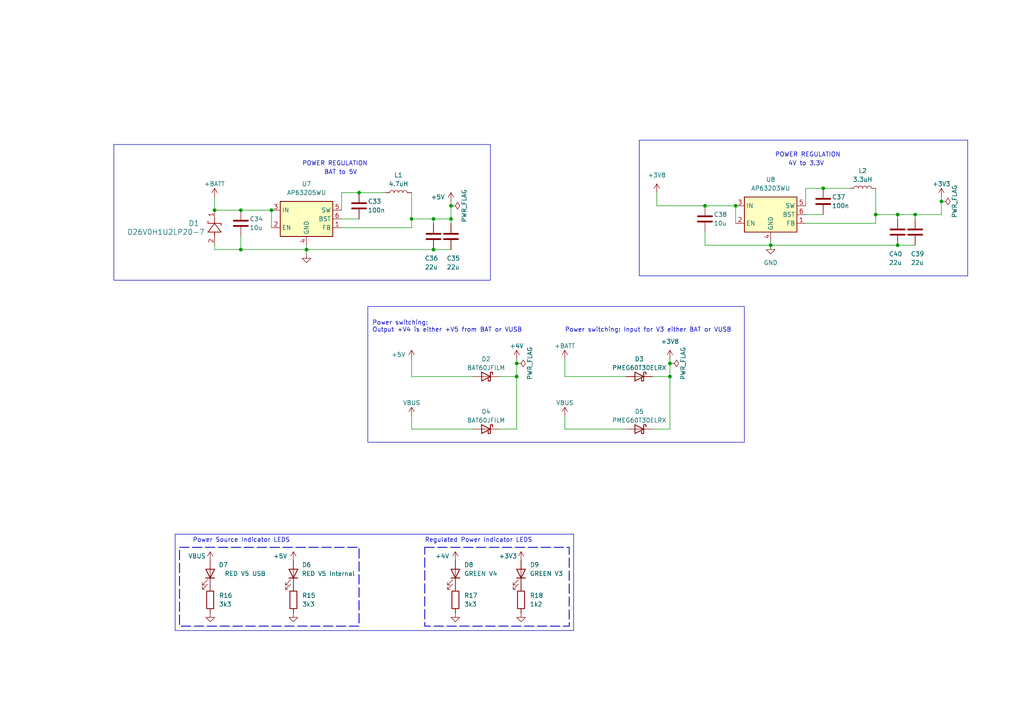
<source format=kicad_sch>
(kicad_sch (version 20231120) (generator "eeschema") (generator_version "8.0")
  (paper "A4")
  (lib_symbols
    (symbol "Device:C" (pin_numbers hide) (pin_names (offset 0.254))
      (property "Reference" "C" (at 0.635 2.54 0))
      (property "Value" "C" (at 0.635 -2.54 0))
      (symbol "C_0_1"
        (polyline (pts (xy -2.032 -0.762) (xy 2.032 -0.762)) (stroke (width 0.508)))
        (polyline (pts (xy -2.032 0.762) (xy 2.032 0.762)) (stroke (width 0.508)))
      )
      (symbol "C_1_1"
        (pin passive line (at 0 3.81 270) (length 2.794) (name "~") (number "1"))
        (pin passive line (at 0 -3.81 90) (length 2.794) (name "~") (number "2"))
      )
    )
    (symbol "Device:L" (pin_numbers hide) (pin_names (offset 1.016) hide)
      (property "Reference" "L" (at -1.27 0 90))
      (property "Value" "L" (at 1.905 0 90))
      (symbol "L_0_1"
        (arc (start 0 -2.54) (mid 0.6323 -1.905) (end 0 -1.27))
        (arc (start 0 -1.27) (mid 0.6323 -0.635) (end 0 0))
        (arc (start 0 0) (mid 0.6323 0.635) (end 0 1.27))
        (arc (start 0 1.27) (mid 0.6323 1.905) (end 0 2.54))
      )
      (symbol "L_1_1"
        (pin passive line (at 0 3.81 270) (length 1.27) (name "1") (number "1"))
        (pin passive line (at 0 -3.81 90) (length 1.27) (name "2") (number "2"))
      )
    )
    (symbol "Device:LED" (pin_numbers hide) (pin_names (offset 1.016) hide)
      (property "Reference" "D" (at 0 2.54 0))
      (property "Value" "LED" (at 0 -2.54 0))
      (symbol "LED_0_1"
        (polyline (pts (xy -1.27 -1.27) (xy -1.27 1.27)) (stroke (width 0.254)))
        (polyline (pts (xy -1.27 0) (xy 1.27 0)))
        (polyline (pts (xy 1.27 -1.27) (xy 1.27 1.27) (xy -1.27 0) (xy 1.27 -1.27)) (stroke (width 0.254)))
        (polyline (pts (xy -3.048 -0.762) (xy -4.572 -2.286) (xy -3.81 -2.286) (xy -4.572 -2.286) (xy -4.572 -1.524)))
        (polyline (pts (xy -1.778 -0.762) (xy -3.302 -2.286) (xy -2.54 -2.286) (xy -3.302 -2.286) (xy -3.302 -1.524)))
      )
      (symbol "LED_1_1"
        (pin passive line (at -3.81 0 0) (length 2.54) (name "K") (number "1"))
        (pin passive line (at 3.81 0 180) (length 2.54) (name "A") (number "2"))
      )
    )
    (symbol "Device:R" (pin_numbers hide) (pin_names (offset 0))
      (property "Reference" "R" (at 2.032 0 90))
      (property "Value" "R" (at 0 0 90))
      (symbol "R_0_1"
        (rectangle (start -1.016 -2.54) (end 1.016 2.54) (stroke (width 0.254)))
      )
      (symbol "R_1_1"
        (pin passive line (at 0 3.81 270) (length 1.27) (name "~") (number "1"))
        (pin passive line (at 0 -3.81 90) (length 1.27) (name "~") (number "2"))
      )
    )
    (symbol "Diode:BAT60A" (pin_numbers hide) (pin_names (offset 1.016) hide)
      (property "Reference" "D" (at 0 2.54 0))
      (property "Value" "BAT60A" (at 0 -2.54 0))
      (symbol "BAT60A_0_1"
        (polyline (pts (xy 1.27 0) (xy -1.27 0)))
        (polyline (pts (xy 1.27 1.27) (xy 1.27 -1.27) (xy -1.27 0) (xy 1.27 1.27)) (stroke (width 0.254)))
        (polyline (pts (xy -1.905 0.635) (xy -1.905 1.27) (xy -1.27 1.27) (xy -1.27 -1.27) (xy -0.635 -1.27) (xy -0.635 -0.635)) (stroke (width 0.254)))
      )
      (symbol "BAT60A_1_1"
        (pin passive line (at -3.81 0 0) (length 2.54) (name "K") (number "1"))
        (pin passive line (at 3.81 0 180) (length 2.54) (name "A") (number "2"))
      )
    )
    (symbol "Project_Library:D26V0H1U2LP20-7" (pin_names (offset 0.254))
      (property "Reference" "CR1" (at 6.35 7.62 90))
      (property "Value" "D26V0H1U2LP20-7" (at 3.81 25.4 90))
      (symbol "D26V0H1U2LP20-7_0_1"
        (polyline (pts (xy 2.54 0) (xy 3.4798 0)) (stroke (width 0.2032)))
        (polyline (pts (xy 3.175 0) (xy 3.81 0)) (stroke (width 0.2032)))
        (polyline (pts (xy 3.81 -1.905) (xy 6.35 0)) (stroke (width 0.2032)))
        (polyline (pts (xy 3.81 1.905) (xy 3.81 -1.905)) (stroke (width 0.2032)))
        (polyline (pts (xy 6.35 -1.905) (xy 5.715 -1.905)) (stroke (width 0.2032)))
        (polyline (pts (xy 6.35 -1.905) (xy 6.35 1.905)) (stroke (width 0.2032)))
        (polyline (pts (xy 6.35 0) (xy 3.81 1.905)) (stroke (width 0.2032)))
        (polyline (pts (xy 6.35 0) (xy 7.62 0)) (stroke (width 0.2032)))
        (polyline (pts (xy 6.35 1.905) (xy 6.985 1.905)) (stroke (width 0.2032)))
      )
      (symbol "D26V0H1U2LP20-7_1_1"
        (pin passive line (at 10.16 0 180) (length 2.54) (name "") (number "1"))
        (pin passive line (at 0 0 0) (length 2.54) (name "") (number "2"))
      )
    )
    (symbol "Regulator_Switching:AP63203WU"
      (property "Reference" "U" (at -7.62 6.35 0))
      (property "Value" "AP63203WU" (at 2.54 6.35 0))
      (symbol "AP63203WU_0_1"
        (rectangle (start -7.62 5.08) (end 7.62 -5.08) (stroke (width 0.254)) (fill (type background)))
      )
      (symbol "AP63203WU_1_1"
        (pin input line (at 10.16 -2.54 180) (length 2.54) (name "FB") (number "1"))
        (pin input line (at -10.16 -2.54 0) (length 2.54) (name "EN") (number "2"))
        (pin power_in line (at -10.16 2.54 0) (length 2.54) (name "IN") (number "3"))
        (pin power_in line (at 0 -7.62 90) (length 2.54) (name "GND") (number "4"))
        (pin output line (at 10.16 2.54 180) (length 2.54) (name "SW") (number "5"))
        (pin passive line (at 10.16 0 180) (length 2.54) (name "BST") (number "6"))
      )
    )
    (symbol "Regulator_Switching:AP63205WU"
      (property "Reference" "U" (at -7.62 6.35 0))
      (property "Value" "AP63205WU" (at 2.54 6.35 0))
      (symbol "AP63205WU_0_1"
        (rectangle (start -7.62 5.08) (end 7.62 -5.08) (stroke (width 0.254)) (fill (type background)))
      )
      (symbol "AP63205WU_1_1"
        (pin input line (at 10.16 -2.54 180) (length 2.54) (name "FB") (number "1"))
        (pin input line (at -10.16 -2.54 0) (length 2.54) (name "EN") (number "2"))
        (pin power_in line (at -10.16 2.54 0) (length 2.54) (name "IN") (number "3"))
        (pin power_in line (at 0 -7.62 90) (length 2.54) (name "GND") (number "4"))
        (pin output line (at 10.16 2.54 180) (length 2.54) (name "SW") (number "5"))
        (pin passive line (at 10.16 0 180) (length 2.54) (name "BST") (number "6"))
      )
    )
    (symbol "power:+3V3" (power) (pin_names (offset 0))
      (property "Value" "+3V3" (at 0 3.556 0))
      (symbol "+3V3_0_1"
        (polyline (pts (xy -0.762 1.27) (xy 0 2.54)))
        (polyline (pts (xy 0 0) (xy 0 2.54)))
        (polyline (pts (xy 0 2.54) (xy 0.762 1.27)))
      )
      (symbol "+3V3_1_1"
        (pin power_in line (at 0 0 90) (length 0) hide (name "+3V3") (number "1"))
      )
    )
    (symbol "power:+3V8" (power) (pin_names (offset 0))
      (property "Value" "+3V8" (at 0 3.556 0))
      (symbol "+3V8_0_1"
        (polyline (pts (xy -0.762 1.27) (xy 0 2.54)))
        (polyline (pts (xy 0 0) (xy 0 2.54)))
        (polyline (pts (xy 0 2.54) (xy 0.762 1.27)))
      )
      (symbol "+3V8_1_1"
        (pin power_in line (at 0 0 90) (length 0) hide (name "+3V8") (number "1"))
      )
    )
    (symbol "power:+4V" (power) (pin_names (offset 0))
      (property "Value" "+4V" (at 0 3.556 0))
      (symbol "+4V_0_1"
        (polyline (pts (xy -0.762 1.27) (xy 0 2.54)))
        (polyline (pts (xy 0 0) (xy 0 2.54)))
        (polyline (pts (xy 0 2.54) (xy 0.762 1.27)))
      )
      (symbol "+4V_1_1"
        (pin power_in line (at 0 0 90) (length 0) hide (name "+4V") (number "1"))
      )
    )
    (symbol "power:+5V" (power) (pin_names (offset 0))
      (property "Value" "+5V" (at 0 3.556 0))
      (symbol "+5V_0_1"
        (polyline (pts (xy -0.762 1.27) (xy 0 2.54)))
        (polyline (pts (xy 0 0) (xy 0 2.54)))
        (polyline (pts (xy 0 2.54) (xy 0.762 1.27)))
      )
      (symbol "+5V_1_1"
        (pin power_in line (at 0 0 90) (length 0) hide (name "+5V") (number "1"))
      )
    )
    (symbol "power:+BATT" (power) (pin_names (offset 0))
      (property "Value" "+BATT" (at 0 3.556 0))
      (symbol "+BATT_0_1"
        (polyline (pts (xy -0.762 1.27) (xy 0 2.54)))
        (polyline (pts (xy 0 0) (xy 0 2.54)))
        (polyline (pts (xy 0 2.54) (xy 0.762 1.27)))
      )
      (symbol "+BATT_1_1"
        (pin power_in line (at 0 0 90) (length 0) hide (name "+BATT") (number "1"))
      )
    )
    (symbol "power:GND" (power) (pin_names (offset 0))
      (property "Value" "GND" (at 0 -3.81 0))
      (symbol "GND_0_1"
        (polyline (pts (xy 0 0) (xy 0 -1.27) (xy 1.27 -1.27) (xy 0 -2.54) (xy -1.27 -1.27) (xy 0 -1.27)))
      )
      (symbol "GND_1_1"
        (pin power_in line (at 0 0 270) (length 0) hide (name "GND") (number "1"))
      )
    )
    (symbol "power:PWR_FLAG" (power) (pin_numbers hide) (pin_names (offset 0) hide)
      (property "Value" "PWR_FLAG" (at 0 3.81 0))
      (symbol "PWR_FLAG_0_0"
        (pin power_out line (at 0 0 90) (length 0) (name "pwr") (number "1"))
      )
      (symbol "PWR_FLAG_0_1"
        (polyline (pts (xy 0 0) (xy 0 1.27) (xy -1.016 1.905) (xy 0 2.54) (xy 1.016 1.905) (xy 0 1.27)))
      )
    )
    (symbol "power:VBUS" (power) (pin_names (offset 0))
      (property "Value" "VBUS" (at 0 3.81 0))
      (symbol "VBUS_0_1"
        (polyline (pts (xy -0.762 1.27) (xy 0 2.54)))
        (polyline (pts (xy 0 0) (xy 0 2.54)))
        (polyline (pts (xy 0 2.54) (xy 0.762 1.27)))
      )
      (symbol "VBUS_1_1"
        (pin power_in line (at 0 0 90) (length 0) hide (name "VBUS") (number "1"))
      )
    )
  )
  (junction (at 62.23 60.96))
  (junction (at 78.74 60.96))
  (junction (at 223.52 71.12))
  (junction (at 260.35 62.23))
  (junction (at 204.47 59.69))
  (junction (at 273.05 58.42))
  (junction (at 260.35 71.12))
  (junction (at 69.85 72.39))
  (junction (at 149.86 105.41))
  (junction (at 194.31 105.41))
  (junction (at 213.36 59.69))
  (junction (at 130.81 63.5))
  (junction (at 69.85 60.96))
  (junction (at 119.38 63.5))
  (junction (at 254 62.23))
  (junction (at 130.81 59.69))
  (junction (at 125.73 63.5))
  (junction (at 125.73 72.39))
  (junction (at 194.31 109.22))
  (junction (at 238.76 54.61))
  (junction (at 104.14 55.88))
  (junction (at 88.9 72.39))
  (junction (at 149.86 109.22))
  (junction (at 265.43 62.23))
  (wire (pts (xy 233.68 54.61) (xy 238.76 54.61)))
  (wire (pts (xy 119.38 124.46) (xy 137.16 124.46)))
  (wire (pts (xy 125.73 72.39) (xy 130.81 72.39)))
  (wire (pts (xy 130.81 59.69) (xy 130.81 63.5)))
  (wire (pts (xy 88.9 72.39) (xy 125.73 72.39)))
  (wire (pts (xy 119.38 55.88) (xy 119.38 63.5)))
  (wire (pts (xy 144.78 109.22) (xy 149.86 109.22)))
  (wire (pts (xy 254 64.77) (xy 254 62.23)))
  (wire (pts (xy 163.83 120.65) (xy 163.83 124.46)))
  (wire (pts (xy 62.23 72.39) (xy 69.85 72.39)))
  (wire (pts (xy 260.35 71.12) (xy 265.43 71.12)))
  (wire (pts (xy 149.86 105.41) (xy 149.86 109.22)))
  (wire (pts (xy 99.06 60.96) (xy 99.06 55.88)))
  (wire (pts (xy 69.85 60.96) (xy 78.74 60.96)))
  (wire (pts (xy 223.52 71.12) (xy 260.35 71.12)))
  (wire (pts (xy 144.78 124.46) (xy 149.86 124.46)))
  (wire (pts (xy 190.5 59.69) (xy 204.47 59.69)))
  (wire (pts (xy 194.31 104.14) (xy 194.31 105.41)))
  (polyline (pts (xy 50.8 154.94) (xy 50.8 182.88)))
  (wire (pts (xy 163.83 124.46) (xy 181.61 124.46)))
  (wire (pts (xy 204.47 59.69) (xy 213.36 59.69)))
  (wire (pts (xy 125.73 63.5) (xy 130.81 63.5)))
  (wire (pts (xy 163.83 109.22) (xy 181.61 109.22)))
  (wire (pts (xy 119.38 104.14) (xy 119.38 109.22)))
  (wire (pts (xy 204.47 67.31) (xy 204.47 71.12)))
  (wire (pts (xy 223.52 71.12) (xy 223.52 72.39)))
  (wire (pts (xy 238.76 54.61) (xy 246.38 54.61)))
  (wire (pts (xy 99.06 63.5) (xy 104.14 63.5)))
  (wire (pts (xy 69.85 72.39) (xy 88.9 72.39)))
  (wire (pts (xy 204.47 71.12) (xy 223.52 71.12)))
  (wire (pts (xy 223.52 71.12) (xy 223.52 69.85)))
  (wire (pts (xy 190.5 59.69) (xy 190.5 55.88)))
  (wire (pts (xy 119.38 66.04) (xy 119.38 63.5)))
  (wire (pts (xy 119.38 120.65) (xy 119.38 124.46)))
  (wire (pts (xy 233.68 54.61) (xy 233.68 59.69)))
  (wire (pts (xy 233.68 62.23) (xy 238.76 62.23)))
  (wire (pts (xy 119.38 109.22) (xy 137.16 109.22)))
  (wire (pts (xy 194.31 109.22) (xy 194.31 124.46)))
  (wire (pts (xy 265.43 62.23) (xy 265.43 63.5)))
  (wire (pts (xy 99.06 66.04) (xy 119.38 66.04)))
  (wire (pts (xy 189.23 109.22) (xy 194.31 109.22)))
  (wire (pts (xy 99.06 55.88) (xy 104.14 55.88)))
  (wire (pts (xy 119.38 63.5) (xy 125.73 63.5)))
  (wire (pts (xy 62.23 72.39) (xy 62.23 71.12)))
  (wire (pts (xy 149.86 104.14) (xy 149.86 105.41)))
  (wire (pts (xy 78.74 60.96) (xy 78.74 66.04)))
  (wire (pts (xy 260.35 62.23) (xy 260.35 63.5)))
  (wire (pts (xy 62.23 60.96) (xy 69.85 60.96)))
  (wire (pts (xy 149.86 109.22) (xy 149.86 124.46)))
  (polyline (pts (xy 166.37 154.94) (xy 50.8 154.94)))
  (wire (pts (xy 163.83 104.14) (xy 163.83 109.22)))
  (wire (pts (xy 125.73 63.5) (xy 125.73 64.77)))
  (wire (pts (xy 254 54.61) (xy 254 62.23)))
  (wire (pts (xy 69.85 68.58) (xy 69.85 72.39)))
  (wire (pts (xy 62.23 57.15) (xy 62.23 60.96)))
  (wire (pts (xy 189.23 124.46) (xy 194.31 124.46)))
  (wire (pts (xy 260.35 62.23) (xy 265.43 62.23)))
  (wire (pts (xy 233.68 64.77) (xy 254 64.77)))
  (wire (pts (xy 273.05 58.42) (xy 273.05 62.23)))
  (wire (pts (xy 88.9 72.39) (xy 88.9 71.12)))
  (wire (pts (xy 88.9 72.39) (xy 88.9 73.66)))
  (polyline (pts (xy 50.8 182.88) (xy 166.37 182.88)))
  (wire (pts (xy 265.43 62.23) (xy 273.05 62.23)))
  (wire (pts (xy 130.81 58.42) (xy 130.81 59.69)))
  (wire (pts (xy 273.05 57.15) (xy 273.05 58.42)))
  (wire (pts (xy 213.36 59.69) (xy 213.36 64.77)))
  (wire (pts (xy 254 62.23) (xy 260.35 62.23)))
  (wire (pts (xy 130.81 63.5) (xy 130.81 64.77)))
  (polyline (pts (xy 166.37 182.88) (xy 166.37 154.94)))
  (wire (pts (xy 194.31 105.41) (xy 194.31 109.22)))
  (wire (pts (xy 104.14 55.88) (xy 111.76 55.88)))
  (rectangle (start 123.19 158.75) (end 165.1 181.61) (stroke (width 0.25) (type dash)))
  (rectangle (start 33.02 41.91) (end 142.24 81.28))
  (rectangle (start 52.07 158.75) (end 104.14 181.61) (stroke (width 0.25) (type dash)))
  (rectangle (start 106.68 88.9) (end 215.9 128.27))
  (rectangle (start 185.42 40.64) (end 280.67 80.01))
  (text "Power switching:\nOutput +V4 is either +V5 from BAT or VUSB" (at 107.95 96.52 0) (effects (font (size 1.27 1.27)) (justify left bottom)))
  (text "BAT to 5V" (at 93.98 50.8 0) (effects (font (size 1.27 1.27)) (justify left bottom)))
  (text "Power switching: Input for V3 either BAT or VUSB" (at 163.83 96.52 0) (effects (font (size 1.27 1.27)) (justify left bottom)))
  (text "POWER REGULATION" (at 87.63 48.26 0) (effects (font (size 1.27 1.27)) (justify left bottom)))
  (text "Power Source Indicator LEDS" (at 55.88 157.48 0) (effects (font (size 1.27 1.27)) (justify left bottom)))
  (text "4V to 3.3V" (at 228.6 48.26 0) (effects (font (size 1.27 1.27)) (justify left bottom)))
  (text "Regulated Power Indicator LEDS" (at 123.19 157.48 0) (effects (font (size 1.27 1.27)) (justify left bottom)))
  (text "POWER REGULATION" (at 224.79 45.72 0) (effects (font (size 1.27 1.27)) (justify left bottom)))
  (symbol (lib_id "power:+3V3") (at 151.13 162.56 0) (unit 1)
    (property "Reference" "#PWR0160" (effects (hide yes)))
    (property "Value" "+3V3" (at 147.32 161.29 0))
  )
  (symbol (lib_id "power:+5V") (at 130.81 58.42 0) (unit 1)
    (property "Reference" "#PWR0156" (effects (hide yes)))
    (property "Value" "+5V" (at 127 57.15 0))
  )
  (symbol (lib_id "Device:R") (at 132.08 173.99 0) (unit 1)
    (property "Reference" "R17" (at 134.62 172.72 0) (effects (justify left)))
    (property "Value" "3k3" (at 134.62 175.26 0) (effects (justify left)))
    (property "Footprint" "Project:R_0201_0603Metric" (effects (hide yes)))
    (property "Manufactorer" "YAGEO" (effects (hide yes)))
    (property "Part Number" "RC0402FR-071K5L" (effects (hide yes)))
    (property "Tolerance" "1%" (effects (hide yes)))
  )
  (symbol (lib_id "Device:L") (at 115.57 55.88 90) (unit 1)
    (property "Reference" "L1" (at 115.57 50.8 90))
    (property "Value" "4.7uH" (at 115.57 53.34 90))
    (property "Footprint" "Project:IND_DFE322520FD-4R7M=P2_MUR" (effects (hide yes)))
    (property "Manufactorer" "Murata" (effects (hide yes)))
    (property "Part Number" "DFE322520FD-4R7M=P2" (effects (hide yes)))
  )
  (symbol (lib_id "Device:C") (at 260.35 67.31 0) (unit 1)
    (property "Reference" "C39" (at 264.16 73.66 0) (effects (justify left)))
    (property "Value" "22u" (at 264.16 76.2 0) (effects (justify left)))
    (property "Footprint" "Capacitor_SMD:C_1206_3216Metric" (effects (hide yes)))
    (property "Voltage" "16" (effects (hide yes)))
    (property "Manufactorer" "Murata" (effects (hide yes)))
    (property "Part Number" "GRT31CC81C226KE01L" (effects (hide yes)))
    (property "Tolerance" "10%" (effects (hide yes)))
  )
  (symbol (lib_id "Regulator_Switching:AP63205WU") (at 88.9 63.5 0) (unit 1)
    (property "Reference" "U7" (at 88.9 53.34 0))
    (property "Value" "AP63205WU" (at 88.9 55.88 0))
    (property "Footprint" "Package_TO_SOT_SMD:TSOT-23-6" (effects (hide yes)))
    (property "Datasheet" "https://www.diodes.com/assets/Datasheets/AP63200-AP63201-AP63203-AP63205.pdf" (effects (hide yes)))
    (property "Manufactorer" "Diodes" (effects (hide yes)))
    (property "Part Number" "AP63205WU-7" (effects (hide yes)))
  )
  (symbol (lib_id "power:GND") (at 88.9 73.66 0) (unit 1)
    (property "Reference" "#PWR0153" (effects (hide yes)))
    (property "Value" "GND" (effects (hide yes)))
  )
  (symbol (lib_id "Diode:BAT60A") (at 185.42 124.46 0) (mirror y) (unit 1)
    (property "Reference" "D5" (at 185.42 119.38 0))
    (property "Value" "PMEG60T30ELRX" (at 185.42 121.92 0))
    (property "Footprint" "Diode_SMD:Nexperia_CFP3_SOD-123W" (effects (hide yes)))
    (property "Datasheet" "https://www.infineon.com/dgdl/Infineon-BAT60ASERIES-DS-v01_01-en.pdf?fileId=db3a304313d846880113def70c9304a9" (effects (hide yes)))
    (property "Manufactorer" "Nexperia" (effects (hide yes)))
    (property "Part Number" "PMEG60T30ELRX" (effects (hide yes)))
    (property "Voltage" "60" (effects (hide yes)))
    (property "Amps" "3" (effects (hide yes)))
  )
  (symbol (lib_id "power:+3V3") (at 273.05 57.15 0) (unit 1)
    (property "Reference" "#PWR0167" (effects (hide yes)))
    (property "Value" "+3V3" (at 273.05 53.34 0))
  )
  (symbol (lib_id "Diode:BAT60A") (at 140.97 109.22 0) (mirror y) (unit 1)
    (property "Reference" "D2" (at 140.97 104.14 0))
    (property "Value" "BAT60JFILM" (at 140.97 106.68 0))
    (property "Footprint" "Diode_SMD:D_SOD-323" (effects (hide yes)))
    (property "Datasheet" "https://www.infineon.com/dgdl/Infineon-BAT60ASERIES-DS-v01_01-en.pdf?fileId=db3a304313d846880113def70c9304a9" (effects (hide yes)))
    (property "Manufactorer" "STM" (effects (hide yes)))
    (property "Part Number" "BAT60JFILM" (effects (hide yes)))
    (property "Voltage" "10" (effects (hide yes)))
    (property "Amps" "3" (effects (hide yes)))
  )
  (symbol (lib_id "Device:C") (at 238.76 58.42 0) (unit 1)
    (property "Reference" "C37" (at 241.3 57.15 0) (effects (justify left)))
    (property "Value" "100n" (at 241.3 59.69 0) (effects (justify left)))
    (property "Footprint" "Project:C_0201_0603Metric" (effects (hide yes)))
    (property "Voltage" "16" (effects (hide yes)))
    (property "Manufactorer" "Murata" (effects (hide yes)))
    (property "Part Number" "GRM033R61C104KE14D" (effects (hide yes)))
    (property "Tolerance" "10%" (effects (hide yes)))
  )
  (symbol (lib_id "Device:R") (at 151.13 173.99 0) (unit 1)
    (property "Reference" "R18" (at 153.67 172.72 0) (effects (justify left)))
    (property "Value" "1k2" (at 153.67 175.26 0) (effects (justify left)))
    (property "Footprint" "Project:R_0201_0603Metric" (effects (hide yes)))
    (property "Manufactorer" "YAGEO" (effects (hide yes)))
    (property "Part Number" "RC0402FR-07560RL" (effects (hide yes)))
    (property "Tolerance" "1%" (effects (hide yes)))
  )
  (symbol (lib_id "Device:C") (at 69.85 64.77 0) (unit 1)
    (property "Reference" "C34" (at 72.39 63.5 0) (effects (justify left)))
    (property "Value" "10u" (at 72.39 66.04 0) (effects (justify left)))
    (property "Footprint" "Capacitor_SMD:C_1206_3216Metric" (effects (hide yes)))
    (property "Voltage" "50" (effects (hide yes)))
    (property "Manufactorer" "Murata" (effects (hide yes)))
    (property "Part Number" "GRT31CR61H106KE01L" (effects (hide yes)))
    (property "Tolerance" "10%" (effects (hide yes)))
  )
  (symbol (lib_id "power:+4V") (at 149.86 104.14 0) (unit 1)
    (property "Reference" "#PWR0159" (effects (hide yes)))
    (property "Value" "+4V" (at 149.86 100.33 0))
  )
  (symbol (lib_id "power:+5V") (at 85.09 162.56 0) (unit 1)
    (property "Reference" "#PWR0148" (effects (hide yes)))
    (property "Value" "+5V" (at 81.28 161.29 0))
  )
  (symbol (lib_id "power:PWR_FLAG") (at 149.86 105.41 270) (unit 1)
    (property "Reference" "#FLG0103" (effects (hide yes)))
    (property "Value" "PWR_FLAG" (at 153.67 105.41 0))
  )
  (symbol (lib_id "power:GND") (at 60.96 177.8 0) (unit 1)
    (property "Reference" "#PWR0152" (effects (hide yes)))
    (property "Value" "GND" (effects (hide yes)))
  )
  (symbol (lib_id "Device:R") (at 85.09 173.99 0) (unit 1)
    (property "Reference" "R15" (at 87.63 172.72 0) (effects (justify left)))
    (property "Value" "3k3" (at 87.63 175.26 0) (effects (justify left)))
    (property "Footprint" "Project:R_0201_0603Metric" (effects (hide yes)))
    (property "Manufactorer" "YAGEO" (effects (hide yes)))
    (property "Part Number" "RC0402FR-071K5L" (effects (hide yes)))
    (property "Tolerance" "1%" (effects (hide yes)))
  )
  (symbol (lib_id "power:VBUS") (at 60.96 162.56 0) (unit 1)
    (property "Reference" "#PWR0151" (effects (hide yes)))
    (property "Value" "VBUS" (at 57.15 161.29 0))
  )
  (symbol (lib_id "Device:C") (at 204.47 63.5 0) (unit 1)
    (property "Reference" "C38" (at 207.01 62.23 0) (effects (justify left)))
    (property "Value" "10u" (at 207.01 64.77 0) (effects (justify left)))
    (property "Footprint" "Capacitor_SMD:C_1206_3216Metric" (effects (hide yes)))
    (property "Voltage" "50" (effects (hide yes)))
    (property "Manufactorer" "Murata" (effects (hide yes)))
    (property "Part Number" "GRT31CR61H106KE01L" (effects (hide yes)))
    (property "Tolerance" "10%" (effects (hide yes)))
  )
  (symbol (lib_id "Device:C") (at 104.14 59.69 0) (unit 1)
    (property "Reference" "C33" (at 106.68 58.42 0) (effects (justify left)))
    (property "Value" "100n" (at 106.68 60.96 0) (effects (justify left)))
    (property "Footprint" "Project:C_0201_0603Metric" (effects (hide yes)))
    (property "Voltage" "16" (effects (hide yes)))
    (property "Manufactorer" "Murata" (effects (hide yes)))
    (property "Part Number" "GRM033R61C104KE14D" (effects (hide yes)))
    (property "Tolerance" "10%" (effects (hide yes)))
  )
  (symbol (lib_id "Device:L") (at 250.19 54.61 90) (unit 1)
    (property "Reference" "L2" (at 250.19 49.53 90))
    (property "Value" "3.3uH" (at 250.19 52.07 90))
    (property "Footprint" "Project:IND_DFE322520FD-4R7M=P2_MUR" (effects (hide yes)))
    (property "Manufactorer" "Murata" (effects (hide yes)))
    (property "Part Number" "DFE322512F-3R3M=P2" (effects (hide yes)))
  )
  (symbol (lib_id "Project_Library:D26V0H1U2LP20-7") (at 62.23 71.12 90) (unit 1)
    (property "Reference" "D1" (at 54.61 64.77 90) (effects (font (size 1.524 1.524)) (justify right)))
    (property "Value" "D26V0H1U2LP20-7" (at 36.83 67.31 90) (effects (font (size 1.524 1.524)) (justify right)))
    (property "Footprint" "Project:U-DFN2020-2_DIO-L" (effects (hide yes)))
    (property "Datasheet" "D26V0H1U2LP20-7" (effects (hide yes)))
    (property "Manufactorer" "Diodes" (effects (hide yes)))
    (property "Part Number" "D26V0H1U2LP20-7" (effects (hide yes)))
    (property "Voltage" "40" (effects (hide yes)))
    (property "Amps" "3" (effects (hide yes)))
  )
  (symbol (lib_id "Diode:BAT60A") (at 185.42 109.22 0) (mirror y) (unit 1)
    (property "Reference" "D3" (at 185.42 104.14 0))
    (property "Value" "PMEG60T30ELRX" (at 185.42 106.68 0))
    (property "Footprint" "Diode_SMD:Nexperia_CFP3_SOD-123W" (effects (hide yes)))
    (property "Datasheet" "https://www.infineon.com/dgdl/Infineon-BAT60ASERIES-DS-v01_01-en.pdf?fileId=db3a304313d846880113def70c9304a9" (effects (hide yes)))
    (property "Manufactorer" "Nexperia" (effects (hide yes)))
    (property "Part Number" "PMEG60T30ELRX" (effects (hide yes)))
    (property "Voltage" "60" (effects (hide yes)))
    (property "Amps" "3" (effects (hide yes)))
  )
  (symbol (lib_id "power:PWR_FLAG") (at 130.81 59.69 270) (unit 1)
    (property "Reference" "#FLG0102" (effects (hide yes)))
    (property "Value" "PWR_FLAG" (at 134.62 59.69 0))
  )
  (symbol (lib_id "Device:C") (at 130.81 68.58 0) (unit 1)
    (property "Reference" "C36" (at 123.19 74.93 0) (effects (justify left)))
    (property "Value" "22u" (at 123.19 77.47 0) (effects (justify left)))
    (property "Footprint" "Capacitor_SMD:C_1206_3216Metric" (effects (hide yes)))
    (property "Voltage" "16" (effects (hide yes)))
    (property "Manufactorer" "Murata" (effects (hide yes)))
    (property "Part Number" "GRT31CC81C226KE01L" (effects (hide yes)))
    (property "Tolerance" "10%" (effects (hide yes)))
  )
  (symbol (lib_id "power:+5V") (at 119.38 104.14 0) (unit 1)
    (property "Reference" "#PWR0154" (effects (hide yes)))
    (property "Value" "+5V" (at 115.57 102.87 0))
  )
  (symbol (lib_id "power:GND") (at 132.08 177.8 0) (unit 1)
    (property "Reference" "#PWR0158" (effects (hide yes)))
    (property "Value" "GND" (effects (hide yes)))
  )
  (symbol (lib_id "Device:C") (at 125.73 68.58 0) (unit 1)
    (property "Reference" "C35" (at 129.54 74.93 0) (effects (justify left)))
    (property "Value" "22u" (at 129.54 77.47 0) (effects (justify left)))
    (property "Footprint" "Capacitor_SMD:C_1206_3216Metric" (effects (hide yes)))
    (property "Voltage" "16" (effects (hide yes)))
    (property "Manufactorer" "Murata" (effects (hide yes)))
    (property "Part Number" "GRT31CC81C226KE01L" (effects (hide yes)))
    (property "Tolerance" "10%" (effects (hide yes)))
  )
  (symbol (lib_id "power:PWR_FLAG") (at 273.05 58.42 270) (unit 1)
    (property "Reference" "#FLG0105" (effects (hide yes)))
    (property "Value" "PWR_FLAG" (at 276.86 58.42 0))
  )
  (symbol (lib_id "power:PWR_FLAG") (at 194.31 105.41 270) (unit 1)
    (property "Reference" "#FLG0104" (effects (hide yes)))
    (property "Value" "PWR_FLAG" (at 198.12 105.41 0))
  )
  (symbol (lib_id "Device:LED") (at 60.96 166.37 270) (mirror x) (unit 1)
    (property "Reference" "D7" (at 64.77 163.83 90))
    (property "Value" "RED V5 USB" (at 71.12 166.37 90))
    (property "Footprint" "Project:LED_0402_1005Metric" (effects (hide yes)))
    (property "Color" "Red" (effects (hide yes)))
    (property "Manufactorer" "Vishay" (effects (hide yes)))
    (property "Part Number" "VLMS1500-GS08" (effects (hide yes)))
  )
  (symbol (lib_id "power:GND") (at 85.09 177.8 0) (unit 1)
    (property "Reference" "#PWR0149" (effects (hide yes)))
    (property "Value" "GND" (effects (hide yes)))
  )
  (symbol (lib_id "Regulator_Switching:AP63203WU") (at 223.52 62.23 0) (unit 1)
    (property "Reference" "U8" (at 223.52 52.07 0))
    (property "Value" "AP63203WU" (at 223.52 54.61 0))
    (property "Footprint" "Package_TO_SOT_SMD:TSOT-23-6" (effects (hide yes)))
    (property "Datasheet" "https://www.diodes.com/assets/Datasheets/AP63200-AP63201-AP63203-AP63205.pdf" (effects (hide yes)))
    (property "Manufactorer" "Diodes" (effects (hide yes)))
    (property "Part Number" "AP63203WU-7" (effects (hide yes)))
  )
  (symbol (lib_id "power:+3V8") (at 194.31 104.14 0) (unit 1)
    (property "Reference" "#PWR0165" (effects (hide yes)))
    (property "Value" "+3V8" (at 194.31 99.06 0))
  )
  (symbol (lib_id "power:GND") (at 223.52 71.12 0) (unit 1)
    (property "Reference" "#PWR0166" (effects (hide yes)))
    (property "Value" "GND" (at 223.52 76.2 0))
  )
  (symbol (lib_id "Device:LED") (at 132.08 166.37 270) (mirror x) (unit 1)
    (property "Reference" "D8" (at 134.62 163.83 90) (effects (justify left)))
    (property "Value" "GREEN V4" (at 134.62 166.37 90) (effects (justify left)))
    (property "Footprint" "Project:LED_0402_1005Metric" (effects (hide yes)))
    (property "Color" "Green" (effects (hide yes)))
    (property "Manufactorer" "Vishay" (effects (hide yes)))
    (property "Part Number" "VLMG1500-GS08" (effects (hide yes)))
  )
  (symbol (lib_id "power:+4V") (at 132.08 162.56 0) (unit 1)
    (property "Reference" "#PWR0157" (effects (hide yes)))
    (property "Value" "+4V" (at 128.27 161.29 0))
  )
  (symbol (lib_id "Device:LED") (at 151.13 166.37 270) (mirror x) (unit 1)
    (property "Reference" "D9" (at 153.67 163.83 90) (effects (justify left)))
    (property "Value" "GREEN V3" (at 153.67 166.37 90) (effects (justify left)))
    (property "Footprint" "Project:LED_0402_1005Metric" (effects (hide yes)))
    (property "Color" "Green" (effects (hide yes)))
    (property "Manufactorer" "Vishay" (effects (hide yes)))
    (property "Part Number" "VLMG1500-GS08" (effects (hide yes)))
  )
  (symbol (lib_id "power:VBUS") (at 119.38 120.65 0) (unit 1)
    (property "Reference" "#PWR0155" (effects (hide yes)))
    (property "Value" "VBUS" (at 119.38 116.84 0))
  )
  (symbol (lib_id "power:+BATT") (at 62.23 57.15 0) (unit 1)
    (property "Reference" "#PWR0150" (effects (hide yes)))
    (property "Value" "+BATT" (at 62.23 53.34 0))
  )
  (symbol (lib_id "Device:R") (at 60.96 173.99 0) (unit 1)
    (property "Reference" "R16" (at 63.5 172.72 0) (effects (justify left)))
    (property "Value" "3k3" (at 63.5 175.26 0) (effects (justify left)))
    (property "Footprint" "Project:R_0201_0603Metric" (effects (hide yes)))
    (property "Manufactorer" "YAGEO" (effects (hide yes)))
    (property "Part Number" "RC0402FR-071K5L" (effects (hide yes)))
    (property "Tolerance" "1%" (effects (hide yes)))
  )
  (symbol (lib_id "power:+3V8") (at 190.5 55.88 0) (unit 1)
    (property "Reference" "#PWR0164" (effects (hide yes)))
    (property "Value" "+3V8" (at 190.5 50.8 0))
  )
  (symbol (lib_id "Device:LED") (at 85.09 166.37 270) (mirror x) (unit 1)
    (property "Reference" "D6" (at 88.9 163.83 90))
    (property "Value" "RED V5 Internal" (at 95.25 166.37 90))
    (property "Footprint" "Project:LED_0402_1005Metric" (effects (hide yes)))
    (property "Color" "Red" (effects (hide yes)))
    (property "Manufactorer" "Vishay" (effects (hide yes)))
    (property "Part Number" "VLMS1500-GS08" (effects (hide yes)))
  )
  (symbol (lib_id "power:VBUS") (at 163.83 120.65 0) (unit 1)
    (property "Reference" "#PWR0163" (effects (hide yes)))
    (property "Value" "VBUS" (at 163.83 116.84 0))
  )
  (symbol (lib_id "power:+BATT") (at 163.83 104.14 0) (unit 1)
    (property "Reference" "#PWR0162" (effects (hide yes)))
    (property "Value" "+BATT" (at 163.83 100.33 0))
  )
  (symbol (lib_id "Device:C") (at 265.43 67.31 0) (unit 1)
    (property "Reference" "C40" (at 257.81 73.66 0) (effects (justify left)))
    (property "Value" "22u" (at 257.81 76.2 0) (effects (justify left)))
    (property "Footprint" "Capacitor_SMD:C_1206_3216Metric" (effects (hide yes)))
    (property "Voltage" "16" (effects (hide yes)))
    (property "Manufactorer" "Murata" (effects (hide yes)))
    (property "Part Number" "GRT31CC81C226KE01L" (effects (hide yes)))
    (property "Tolerance" "10%" (effects (hide yes)))
  )
  (symbol (lib_id "power:GND") (at 151.13 177.8 0) (unit 1)
    (property "Reference" "#PWR0161" (effects (hide yes)))
    (property "Value" "GND" (effects (hide yes)))
  )
  (symbol (lib_id "Diode:BAT60A") (at 140.97 124.46 0) (mirror y) (unit 1)
    (property "Reference" "D4" (at 140.97 119.38 0))
    (property "Value" "BAT60JFILM" (at 140.97 121.92 0))
    (property "Footprint" "Diode_SMD:D_SOD-323" (effects (hide yes)))
    (property "Datasheet" "https://www.infineon.com/dgdl/Infineon-BAT60ASERIES-DS-v01_01-en.pdf?fileId=db3a304313d846880113def70c9304a9" (effects (hide yes)))
    (property "Manufactorer" "STM" (effects (hide yes)))
    (property "Part Number" "BAT60JFILM" (effects (hide yes)))
    (property "Voltage" "10" (effects (hide yes)))
    (property "Amps" "3" (effects (hide yes)))
  )
)
</source>
